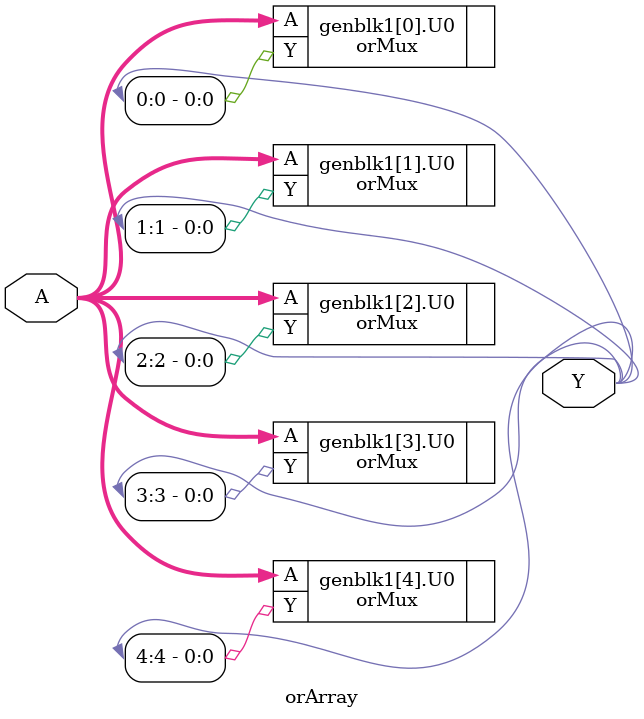
<source format=v>
module orArray(A, Y);
	parameter NUM_INPUTS = 5;
	parameter SIZE = 5;
	input wire [NUM_INPUTS - 1 : 0] A;
	output wire [SIZE - 1 : 0] Y;

	genvar i;
	generate
		for (i = 0; i < SIZE; i = i + 1) begin
			orMux #(.NUM_INPUTS(NUM_INPUTS), .INIT(i)) U0 (.A(A), .Y(Y[i]));
		end
	endgenerate
endmodule

</source>
